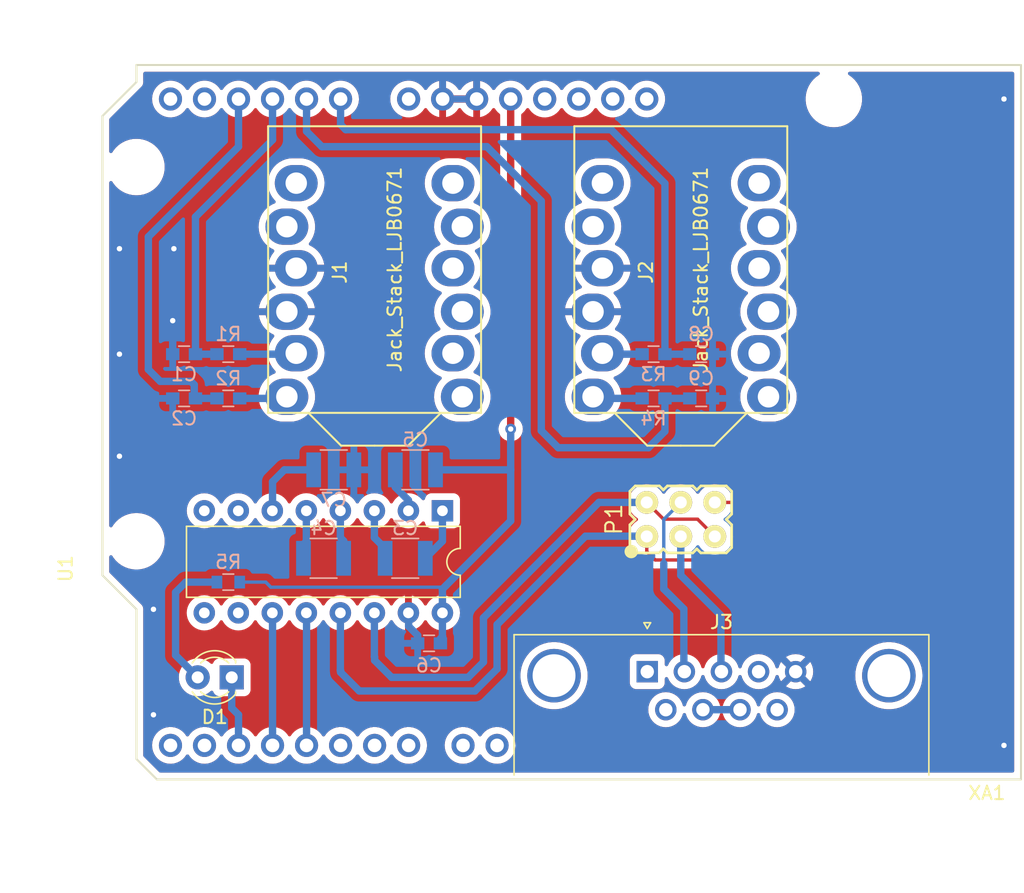
<source format=kicad_pcb>
(kicad_pcb (version 20211014) (generator pcbnew)
  (layers (0 "F.Cu" signal) (31 "B.Cu" signal) (34 "B.Paste" user) (35 "F.Paste" user) (36 "B.SilkS" user "B.Silkscreen") (37 "F.SilkS" user "F.Silkscreen") (38 "B.Mask" user) (39 "F.Mask" user) (44 "Edge.Cuts" user))
  (net 0 "")
  (net 1 "/Net-(XA1-PadA2)")
  (net 2 "VCC")
  (net 7 "Net-(J2-Pad1)")
  (net 10 "Net-(P1-Pad2)")
  (net 11 "Net-(P1-Pad1)")
  (net 12 "Net-(J3-Pad2)")
  (net 13 "Net-(J3-Pad3)")
  (net 22 "Net-(J3-Pad7)")
  (net 28 "Net-(XA1-PadD2)")
  (net 35 "Net-(U1-Pad11)")
  (net 36 "Net-(U1-Pad12)")
  (net 38 "/GND")
  (net 39 "/Net-(XA1-PadA3)")
  (net 40 "/Net-(U1-Pad3)")
  (net 41 "/Net-(U1-Pad1)")
  (net 42 "/Net-(U1-Pad5)")
  (net 43 "/Net-(U1-Pad4)")
  (net 44 "/Net-(U1-Pad2)")
  (net 45 "/Net-(U1-Pad6)")
  (net 46 "/Net-(XA1-PadA0)")
  (net 47 "/Net-(XA1-PadA1)")
  (net 48 "/Net-(R1-Pad1)")
  (net 54 "Net-(J2-Pad3)")
  (net 60 "/Net-(R2-Pad1)")
  (net 61 "Net-(D1-Pad2)")
  (footprint "Connector_Dsub:DSUB-9_Male_Horizontal_P2.77x2.84mm_EdgePinOffset4.94mm_Housed_MountingHolesOffset7.48mm" (layer "F.Cu") (at 106.718 78.314669)
    (fp_text reference "J3" (at 5.54 -3.7) (layer "F.SilkS"))
    (fp_text value "DB9_Male")
    (fp_line (start 0 -3.221325) (end -0.25 -3.654338) (layer "F.SilkS") (width 0.12))
    (fp_line (start -9.945 7.72) (end -9.945 -2.76) (layer "F.SilkS") (width 0.12))
    (fp_line (start 0.25 -3.654338) (end 0 -3.221325) (layer "F.SilkS") (width 0.12))
    (fp_line (start -0.25 -3.654338) (end 0.25 -3.654338) (layer "F.SilkS") (width 0.12))
    (fp_line (start 21.025 -2.76) (end 21.025 7.72) (layer "F.SilkS") (width 0.12))
    (fp_line (start -9.945 -2.76) (end 21.025 -2.76) (layer "F.SilkS") (width 0.12))
    (pad "0" thru_hole circle (at 18.04 0.3) (size 4 4) (drill 3.2) (layers *.Cu *.Mask))
    (pad "0" thru_hole circle (at -6.96 0.3) (size 4 4) (drill 3.2) (layers *.Cu *.Mask))
    (pad "1" thru_hole rect (at 0 0) (size 1.6 1.6) (drill 1) (layers *.Cu *.Mask))
    (pad "2" thru_hole circle (at 2.77 0) (size 1.6 1.6) (drill 1) (layers *.Cu *.Mask) (net 12 "Net-(J3-Pad2)"))
    (pad "3" thru_hole circle (at 5.54 0) (size 1.6 1.6) (drill 1) (layers *.Cu *.Mask) (net 13 "Net-(J3-Pad3)"))
    (pad "4" thru_hole circle (at 8.31 0) (size 1.6 1.6) (drill 1) (layers *.Cu *.Mask))
    (pad "5" thru_hole circle (at 11.08 0) (size 1.6 1.6) (drill 1) (layers *.Cu *.Mask) (net 38 "/GND"))
    (pad "6" thru_hole circle (at 1.385 2.84) (size 1.6 1.6) (drill 1) (layers *.Cu *.Mask))
    (pad "7" thru_hole circle (at 4.155 2.84) (size 1.6 1.6) (drill 1) (layers *.Cu *.Mask) (net 22 "Net-(J3-Pad7)"))
    (pad "8" thru_hole circle (at 6.925 2.84) (size 1.6 1.6) (drill 1) (layers *.Cu *.Mask) (net 22 "Net-(J3-Pad7)"))
    (pad "9" thru_hole circle (at 9.695 2.84) (size 1.6 1.6) (drill 1) (layers *.Cu *.Mask))
  )
  (footprint "LED_THT:LED_D3.0mm_IRBlack" (layer "F.Cu") (at 75.692 78.74 180)
    (fp_text reference "D1" (at 1.27 -2.96) (layer "F.SilkS"))
    (fp_text value "TSAL4400")
    (fp_line (start -0.29 -1.236) (end -0.29 -1.08) (layer "F.SilkS") (width 0.12))
    (fp_line (start -0.29 1.08) (end -0.29 1.236) (layer "F.SilkS") (width 0.12))
    (fp_arc (start -0.29 -1.235516) (mid 1.366487 -1.987659) (end 2.942335 -1.078608) (layer "F.SilkS") (width 0.12))
    (fp_arc (start 2.942335 1.078608) (mid 1.366487 1.987659) (end -0.29 1.235516) (layer "F.SilkS") (width 0.12))
    (fp_arc (start 0.229039 -1.08) (mid 1.270117 -1.5) (end 2.31113 -1.079837) (layer "F.SilkS") (width 0.12))
    (fp_arc (start 2.31113 1.079837) (mid 1.270117 1.5) (end 0.229039 1.08) (layer "F.SilkS") (width 0.12))
    (pad "1" thru_hole rect (at 0 0 180) (size 1.8 1.8) (drill 0.9) (layers *.Cu *.Mask) (net 28 "Net-(XA1-PadD2)"))
    (pad "2" thru_hole circle (at 2.54 0 180) (size 1.8 1.8) (drill 0.9) (layers *.Cu *.Mask) (net 61 "Net-(D1-Pad2)"))
  )
  (footprint "D&R_Conn:LJB0671-12" (layer "F.Cu") (at 109.22 37.592 90)
    (fp_text reference "J2" (at -10.9 -2.6 90) (layer "F.SilkS"))
    (fp_text value "Jack_Stack_LJB0671" (at -10.7 1.5 90) (layer "F.SilkS"))
    (fp_line (start -23.85 2.5) (end -21.4 4.95) (layer "F.SilkS") (width 0.15))
    (fp_line (start -23.85 0) (end -23.85 2.5) (layer "F.SilkS") (width 0.15))
    (fp_line (start -23.85 0) (end -23.85 -2.5) (layer "F.SilkS") (width 0.15))
    (fp_line (start 0 -7.95) (end -21.4 -7.95) (layer "F.SilkS") (width 0.15))
    (fp_line (start -23.85 -2.5) (end -21.4 -4.95) (layer "F.SilkS") (width 0.15))
    (fp_line (start 0 7.95) (end -21.4 7.95) (layer "F.SilkS") (width 0.15))
    (fp_line (start 0 -7.95) (end 0 7.95) (layer "F.SilkS") (width 0.15))
    (fp_line (start -21.4 -7.95) (end -21.4 7.95) (layer "F.SilkS") (width 0.15))
    (pad "1" thru_hole oval locked (at -20.2 -6.55 90) (size 2.7 3.2) (drill 1.6) (layers *.Cu *.Mask) (net 7 "Net-(J2-Pad1)"))
    (pad "2" thru_hole oval locked (at -20.2 6.55 90) (size 2.7 3.2) (drill 1.6) (layers *.Cu *.Mask))
    (pad "3" thru_hole oval locked (at -16.95 -5.85 90) (size 2.7 3.2) (drill 1.6) (layers *.Cu *.Mask) (net 54 "Net-(J2-Pad3)"))
    (pad "4" thru_hole oval locked (at -16.95 5.85 90) (size 2.7 3.2) (drill 1.6) (layers *.Cu *.Mask))
    (pad "5" thru_hole oval locked (at -13.85 -6.55 90) (size 2.7 3.2) (drill 1.6) (layers *.Cu *.Mask) (net 38 "/GND"))
    (pad "6" thru_hole oval locked (at -13.85 6.55 90) (size 2.7 3.2) (drill 1.6) (layers *.Cu *.Mask))
    (pad "7" thru_hole oval locked (at -10.6 -5.85 90) (size 2.7 3.2) (drill 1.6) (layers *.Cu *.Mask) (net 38 "/GND"))
    (pad "8" thru_hole oval locked (at -10.6 5.85 90) (size 2.7 3.2) (drill 1.6) (layers *.Cu *.Mask))
    (pad "9" thru_hole oval locked (at -7.5 -6.55 90) (size 2.7 3.2) (drill 1.6) (layers *.Cu *.Mask))
    (pad "10" thru_hole oval locked (at -7.5 6.55 90) (size 2.7 3.2) (drill 1.6) (layers *.Cu *.Mask))
    (pad "11" thru_hole oval locked (at -4.25 -5.85 90) (size 2.7 3.2) (drill 1.6) (layers *.Cu *.Mask))
    (pad "12" thru_hole oval locked (at -4.25 5.85 90) (size 2.7 3.2) (drill 1.6) (layers *.Cu *.Mask))
  )
  (footprint "Arduino:Arduino_Uno_Shield_Hat" (layer "F.Cu") (at 134.62 33.02 180)
    (fp_text reference "XA1" (at 2.54 -54.356) (layer "F.SilkS"))
    (fp_text value "Arduino_Uno_Shield")
    (fp_line (start 66.04 0) (end 66.04 -1.27) (layer "F.SilkS") (width 0.15))
    (fp_line (start 68.58 -38.1) (end 66.04 -40.64) (layer "F.SilkS") (width 0.15))
    (fp_line (start 66.04 -40.64) (end 66.04 -51.816) (layer "F.SilkS") (width 0.15))
    (fp_line (start 0 0) (end 66.04 0) (layer "F.SilkS") (width 0.15))
    (fp_line (start 66.04 -1.27) (end 68.58 -3.81) (layer "F.SilkS") (width 0.15))
    (fp_line (start 68.58 -3.81) (end 68.58 -38.1) (layer "F.SilkS") (width 0.15))
    (fp_line (start 64.516 -53.34) (end 66.04 -51.816) (layer "F.SilkS") (width 0.15))
    (fp_line (start 0 -53.34) (end 0 0) (layer "F.SilkS") (width 0.15))
    (fp_line (start 0 -53.34) (end 64.516 -53.34) (layer "F.SilkS") (width 0.15))
    (pad "" np_thru_hole circle (at 66.04 -35.56 180) (size 3.2 3.2) (drill 3.2) (layers *.Cu *.Mask))
    (pad "" np_thru_hole circle (at 66.04 -7.62 180) (size 3.2 3.2) (drill 3.2) (layers *.Cu *.Mask))
    (pad "" thru_hole oval (at 27.94 -2.54 180) (size 1.7272 1.7272) (drill 1.016) (layers *.Cu *.Mask))
    (pad "" np_thru_hole circle (at 13.97 -2.54 180) (size 3.2 3.2) (drill 3.2) (layers *.Cu *.Mask))
    (pad "3V3" thru_hole oval (at 35.56 -2.54 180) (size 1.7272 1.7272) (drill 1.016) (layers *.Cu *.Mask))
    (pad "5V1" thru_hole oval (at 38.1 -2.54 180) (size 1.7272 1.7272) (drill 1.016) (layers *.Cu *.Mask) (net 2 "VCC"))
    (pad "A0" thru_hole oval (at 50.8 -2.54 180) (size 1.7272 1.7272) (drill 1.016) (layers *.Cu *.Mask) (net 46 "/Net-(XA1-PadA0)"))
    (pad "A1" thru_hole oval (at 53.34 -2.54 180) (size 1.7272 1.7272) (drill 1.016) (layers *.Cu *.Mask) (net 47 "/Net-(XA1-PadA1)"))
    (pad "A2" thru_hole oval (at 55.88 -2.54 180) (size 1.7272 1.7272) (drill 1.016) (layers *.Cu *.Mask) (net 1 "/Net-(XA1-PadA2)"))
    (pad "A3" thru_hole oval (at 58.42 -2.54 180) (size 1.7272 1.7272) (drill 1.016) (layers *.Cu *.Mask) (net 39 "/Net-(XA1-PadA3)"))
    (pad "A4" thru_hole oval (at 60.96 -2.54 180) (size 1.7272 1.7272) (drill 1.016) (layers *.Cu *.Mask))
    (pad "A5" thru_hole oval (at 63.5 -2.54 180) (size 1.7272 1.7272) (drill 1.016) (layers *.Cu *.Mask))
    (pad "D0" thru_hole oval (at 63.5 -50.8 180) (size 1.7272 1.7272) (drill 1.016) (layers *.Cu *.Mask))
    (pad "D1" thru_hole oval (at 60.96 -50.8 180) (size 1.7272 1.7272) (drill 1.016) (layers *.Cu *.Mask))
    (pad "D2" thru_hole oval (at 58.42 -50.8 180) (size 1.7272 1.7272) (drill 1.016) (layers *.Cu *.Mask) (net 28 "Net-(XA1-PadD2)"))
    (pad "D3" thru_hole oval (at 55.88 -50.8 180) (size 1.7272 1.7272) (drill 1.016) (layers *.Cu *.Mask) (net 35 "Net-(U1-Pad11)"))
    (pad "D4" thru_hole oval (at 53.34 -50.8 180) (size 1.7272 1.7272) (drill 1.016) (layers *.Cu *.Mask) (net 36 "Net-(U1-Pad12)"))
    (pad "D5" thru_hole oval (at 50.8 -50.8 180) (size 1.7272 1.7272) (drill 1.016) (layers *.Cu *.Mask))
    (pad "D6" thru_hole oval (at 48.26 -50.8 180) (size 1.7272 1.7272) (drill 1.016) (layers *.Cu *.Mask))
    (pad "D7" thru_hole oval (at 45.72 -50.8 180) (size 1.7272 1.7272) (drill 1.016) (layers *.Cu *.Mask))
    (pad "D8" thru_hole oval (at 41.656 -50.8 180) (size 1.7272 1.7272) (drill 1.016) (layers *.Cu *.Mask))
    (pad "D9" thru_hole oval (at 39.116 -50.8 180) (size 1.7272 1.7272) (drill 1.016) (layers *.Cu *.Mask))
    (pad "GND2" thru_hole oval (at 40.64 -2.54 180) (size 1.7272 1.7272) (drill 1.016) (layers *.Cu *.Mask) (net 38 "/GND"))
    (pad "GND3" thru_hole oval (at 43.18 -2.54 180) (size 1.7272 1.7272) (drill 1.016) (layers *.Cu *.Mask) (net 38 "/GND"))
    (pad "IORF" thru_hole oval (at 30.48 -2.54 180) (size 1.7272 1.7272) (drill 1.016) (layers *.Cu *.Mask))
    (pad "RST1" thru_hole oval (at 33.02 -2.54 180) (size 1.7272 1.7272) (drill 1.016) (layers *.Cu *.Mask))
    (pad "VIN" thru_hole oval (at 45.72 -2.54 180) (size 1.7272 1.7272) (drill 1.016) (layers *.Cu *.Mask))
  )
  (footprint "Package_DIP:DIP-16_W7.62mm" (layer "F.Cu") (at 91.425 66.304 -90)
    (fp_text reference "U1" (at 4.318 28.134 90) (layer "F.SilkS"))
    (fp_text value "MAX232")
    (fp_line (start 2.81 -1.33) (end 1.16 -1.33) (layer "F.SilkS") (width 0.12))
    (fp_line (start 6.46 -1.33) (end 4.81 -1.33) (layer "F.SilkS") (width 0.12))
    (fp_line (start 1.16 -1.33) (end 1.16 19.11) (layer "F.SilkS") (width 0.12))
    (fp_line (start 1.16 19.11) (end 6.46 19.11) (layer "F.SilkS") (width 0.12))
    (fp_line (start 6.46 19.11) (end 6.46 -1.33) (layer "F.SilkS") (width 0.12))
    (fp_arc (start 4.81 -1.33) (mid 3.81 -0.33) (end 2.81 -1.33) (layer "F.SilkS") (width 0.12))
    (pad "1" thru_hole rect (at 0 0 270) (size 1.6 1.6) (drill 0.8) (layers *.Cu *.Mask) (net 41 "/Net-(U1-Pad1)"))
    (pad "2" thru_hole oval (at 0 2.54 270) (size 1.6 1.6) (drill 0.8) (layers *.Cu *.Mask) (net 44 "/Net-(U1-Pad2)"))
    (pad "3" thru_hole oval (at 0 5.08 270) (size 1.6 1.6) (drill 0.8) (layers *.Cu *.Mask) (net 40 "/Net-(U1-Pad3)"))
    (pad "4" thru_hole oval (at 0 7.62 270) (size 1.6 1.6) (drill 0.8) (layers *.Cu *.Mask) (net 43 "/Net-(U1-Pad4)"))
    (pad "5" thru_hole oval (at 0 10.16 270) (size 1.6 1.6) (drill 0.8) (layers *.Cu *.Mask) (net 42 "/Net-(U1-Pad5)"))
    (pad "6" thru_hole oval (at 0 12.7 270) (size 1.6 1.6) (drill 0.8) (layers *.Cu *.Mask) (net 45 "/Net-(U1-Pad6)"))
    (pad "7" thru_hole oval (at 0 15.24 270) (size 1.6 1.6) (drill 0.8) (layers *.Cu *.Mask))
    (pad "8" thru_hole oval (at 0 17.78 270) (size 1.6 1.6) (drill 0.8) (layers *.Cu *.Mask))
    (pad "9" thru_hole oval (at 7.62 17.78 270) (size 1.6 1.6) (drill 0.8) (layers *.Cu *.Mask))
    (pad "10" thru_hole oval (at 7.62 15.24 270) (size 1.6 1.6) (drill 0.8) (layers *.Cu *.Mask))
    (pad "11" thru_hole oval (at 7.62 12.7 270) (size 1.6 1.6) (drill 0.8) (layers *.Cu *.Mask) (net 35 "Net-(U1-Pad11)"))
    (pad "12" thru_hole oval (at 7.62 10.16 270) (size 1.6 1.6) (drill 0.8) (layers *.Cu *.Mask) (net 36 "Net-(U1-Pad12)"))
    (pad "13" thru_hole oval (at 7.62 7.62 270) (size 1.6 1.6) (drill 0.8) (layers *.Cu *.Mask) (net 11 "Net-(P1-Pad1)"))
    (pad "14" thru_hole oval (at 7.62 5.08 270) (size 1.6 1.6) (drill 0.8) (layers *.Cu *.Mask) (net 10 "Net-(P1-Pad2)"))
    (pad "15" thru_hole oval (at 7.62 2.54 270) (size 1.6 1.6) (drill 0.8) (layers *.Cu *.Mask) (net 38 "/GND"))
    (pad "16" thru_hole oval (at 7.62 0 270) (size 1.6 1.6) (drill 0.8) (layers *.Cu *.Mask) (net 2 "VCC"))
  )
  (footprint "D&R_Conn:LJB0671-12" (layer "F.Cu") (at 86.36 37.592 90)
    (fp_text reference "J1" (at -10.9 -2.6 90) (layer "F.SilkS"))
    (fp_text value "Jack_Stack_LJB0671" (at -10.7 1.5 90) (layer "F.SilkS"))
    (fp_line (start 0 7.95) (end -21.4 7.95) (layer "F.SilkS") (width 0.15))
    (fp_line (start -21.4 -7.95) (end -21.4 7.95) (layer "F.SilkS") (width 0.15))
    (fp_line (start 0 -7.95) (end 0 7.95) (layer "F.SilkS") (width 0.15))
    (fp_line (start -23.85 0) (end -23.85 -2.5) (layer "F.SilkS") (width 0.15))
    (fp_line (start -23.85 2.5) (end -21.4 4.95) (layer "F.SilkS") (width 0.15))
    (fp_line (start -23.85 0) (end -23.85 2.5) (layer "F.SilkS") (width 0.15))
    (fp_line (start 0 -7.95) (end -21.4 -7.95) (layer "F.SilkS") (width 0.15))
    (fp_line (start -23.85 -2.5) (end -21.4 -4.95) (layer "F.SilkS") (width 0.15))
    (pad "1" thru_hole oval locked (at -20.2 -6.55 90) (size 2.7 3.2) (drill 1.6) (layers *.Cu *.Mask) (net 60 "/Net-(R2-Pad1)"))
    (pad "2" thru_hole oval locked (at -20.2 6.55 90) (size 2.7 3.2) (drill 1.6) (layers *.Cu *.Mask))
    (pad "3" thru_hole oval locked (at -16.95 -5.85 90) (size 2.7 3.2) (drill 1.6) (layers *.Cu *.Mask) (net 48 "/Net-(R1-Pad1)"))
    (pad "4" thru_hole oval locked (at -16.95 5.85 90) (size 2.7 3.2) (drill 1.6) (layers *.Cu *.Mask))
    (pad "5" thru_hole oval locked (at -13.85 -6.55 90) (size 2.7 3.2) (drill 1.6) (layers *.Cu *.Mask) (net 38 "/GND"))
    (pad "6" thru_hole oval locked (at -13.85 6.55 90) (size 2.7 3.2) (drill 1.6) (layers *.Cu *.Mask))
    (pad "7" thru_hole oval locked (at -10.6 -5.85 90) (size 2.7 3.2) (drill 1.6) (layers *.Cu *.Mask) (net 38 "/GND"))
    (pad "8" thru_hole oval locked (at -10.6 5.85 90) (size 2.7 3.2) (drill 1.6) (layers *.Cu *.Mask))
    (pad "9" thru_hole oval locked (at -7.5 -6.55 90) (size 2.7 3.2) (drill 1.6) (layers *.Cu *.Mask))
    (pad "10" thru_hole oval locked (at -7.5 6.55 90) (size 2.7 3.2) (drill 1.6) (layers *.Cu *.Mask))
    (pad "11" thru_hole oval locked (at -4.25 -5.85 90) (size 2.7 3.2) (drill 1.6) (layers *.Cu *.Mask))
    (pad "12" thru_hole oval locked (at -4.25 5.85 90) (size 2.7 3.2) (drill 1.6) (layers *.Cu *.Mask))
  )
  (footprint "D&R_Conn:HEADER_2x3P" (layer "F.Cu") (at 109.22 66.948)
    (fp_text reference "P1" (at -4.99 0 90) (layer "F.SilkS") (effects (font (size 1.2 1.2))))
    (fp_text value "CONN_02X03")
    (fp_line (start -1.3 -2.2) (end -1.6 -2.5) (layer "F.SilkS") (width 0.2))
    (fp_line (start 1.5 -2.5) (end 1.2 -2.2) (layer "F.SilkS") (width 0.2))
    (fp_line (start 0.8 2.5) (end 0.9 2.5) (layer "F.SilkS") (width 0.2))
    (fp_line (start -3.8 0.4) (end -3.8 2.1) (layer "F.SilkS") (width 0.2))
    (fp_line (start 3.4 0) (end 3.8 -0.4) (layer "F.SilkS") (width 0.2))
    (fp_line (start -3.4 -2.5) (end -3.8 -2.1) (layer "F.SilkS") (width 0.2))
    (fp_line (start -3.8 -2.1) (end -3.8 -0.4) (layer "F.SilkS") (width 0.2))
    (fp_line (start -3.8 -0.4) (end -3.4 0) (layer "F.SilkS") (width 0.2))
    (fp_line (start -1.6 -2.5) (end -3.4 -2.5) (layer "F.SilkS") (width 0.2))
    (fp_line (start 3.4 2.5) (end 3.8 2.1) (layer "F.SilkS") (width 0.2))
    (fp_line (start 0.9 -2.5) (end -1 -2.5) (layer "F.SilkS") (width 0.2))
    (fp_line (start 3.8 -2.1) (end 3.4 -2.5) (layer "F.SilkS") (width 0.2))
    (fp_line (start 0 2.5) (end 0.8 2.5) (layer "F.SilkS") (width 0.2))
    (fp_line (start 1.2 -2.2) (end 0.9 -2.5) (layer "F.SilkS") (width 0.2))
    (fp_line (start -3.5 2.4) (end -3.4 2.5) (layer "F.SilkS") (width 0.2))
    (fp_line (start -1.3 2.2) (end -1 2.5) (layer "F.SilkS") (width 0.2))
    (fp_line (start -1.6 2.5) (end -1.3 2.2) (layer "F.SilkS") (width 0.2))
    (fp_line (start 3.8 2.1) (end 3.8 0.4) (layer "F.SilkS") (width 0.2))
    (fp_line (start 3.8 -0.4) (end 3.8 -2.1) (layer "F.SilkS") (width 0.2))
    (fp_line (start 3.4 -2.5) (end 1.5 -2.5) (layer "F.SilkS") (width 0.2))
    (fp_line (start -3.8 2.1) (end -3.4 2.5) (layer "F.SilkS") (width 0.2))
    (fp_line (start -3.4 2.5) (end -1.6 2.5) (layer "F.SilkS") (width 0.2))
    (fp_line (start 0.1 2.5) (end 0 2.5) (layer "F.SilkS") (width 0.2))
    (fp_line (start 3.8 0.4) (end 3.4 0) (layer "F.SilkS") (width 0.2))
    (fp_line (start -3.4 0) (end -3.8 0.4) (layer "F.SilkS") (width 0.2))
    (fp_line (start -1 -2.5) (end -1.3 -2.2) (layer "F.SilkS") (width 0.2))
    (fp_line (start -1 2.5) (end 0.1 2.5) (layer "F.SilkS") (width 0.2))
    (fp_line (start 1.5 2.5) (end 3.4 2.5) (layer "F.SilkS") (width 0.2))
    (fp_line (start 0.9 2.5) (end 1.2 2.2) (layer "F.SilkS") (width 0.2))
    (fp_line (start 1.2 2.2) (end 1.5 2.5) (layer "F.SilkS") (width 0.2))
    (fp_circle (center -3.7 2.4) (end -3.9 2.6) (layer "F.SilkS") (width 0.2) (fill none))
    (fp_circle (center -3.7 2.4) (end -3.7 2.8) (layer "F.SilkS") (width 0.2) (fill none))
    (fp_circle (center -3.7 2.4) (end -3.7 2.5) (layer "F.SilkS") (width 0.2) (fill none))
    (pad "1" thru_hole circle locked (at -2.54 1.27) (size 1.7 1.7) (drill 0.9) (layers *.Cu *.Mask "F.SilkS") (net 11 "Net-(P1-Pad1)"))
    (pad "2" thru_hole circle locked (at -2.54 -1.27) (size 1.7 1.7) (drill 0.9) (layers *.Cu *.Mask "F.SilkS") (net 10 "Net-(P1-Pad2)"))
    (pad "3" thru_hole circle locked (at 0 1.27) (size 1.7 1.7) (drill 0.9) (layers *.Cu *.Mask "F.SilkS") (net 13 "Net-(J3-Pad3)"))
    (pad "4" thru_hole circle locked (at 0 -1.27) (size 1.7 1.7) (drill 0.9) (layers *.Cu *.Mask "F.SilkS") (net 12 "Net-(J3-Pad2)"))
    (pad "5" thru_hole circle locked (at 2.54 1.27) (size 1.7 1.7) (drill 0.9) (layers *.Cu *.Mask "F.SilkS") (net 10 "Net-(P1-Pad2)"))
    (pad "6" thru_hole circle locked (at 2.54 -1.27) (size 1.7 1.7) (drill 0.9) (layers *.Cu *.Mask "F.SilkS") (net 11 "Net-(P1-Pad1)"))
  )
  (footprint "D&R_Passive:C_1210" (layer "B.Cu") (at 88.646 69.85 180)
    (fp_text reference "C3" (at 0 2.25) (layer "B.SilkS") (effects (justify mirror)))
    (fp_text value "10U-X5R_25V#1210")
    (fp_line (start -1 -1.48) (end 1 -1.48) (layer "B.SilkS") (width 0.12))
    (fp_line (start 1 1.48) (end -1 1.48) (layer "B.SilkS") (width 0.12))
    (pad "1" smd rect locked (at -1.5 0 180) (size 1.1 2.6) (layers "B.Cu" "B.Paste" "B.Mask") (net 41 "/Net-(U1-Pad1)"))
    (pad "2" smd rect locked (at 1.5 0 180) (size 1.1 2.6) (layers "B.Cu" "B.Paste" "B.Mask") (net 40 "/Net-(U1-Pad3)"))
  )
  (footprint "D&R_Passive:C_0603" (layer "B.Cu") (at 107.188 57.912)
    (fp_text reference "R4" (at 0 1.5) (layer "B.SilkS") (effects (justify mirror)))
    (fp_text value "4k7")
    (fp_line (start -0.4 0.6) (end 0.4 0.6) (layer "B.SilkS") (width 0.12))
    (fp_line (start 0.4 -0.6) (end -0.4 -0.6) (layer "B.SilkS") (width 0.12))
    (pad "1" smd rect locked (at -0.85 0) (size 1 0.9) (layers "B.Cu" "B.Paste" "B.Mask") (net 7 "Net-(J2-Pad1)"))
    (pad "2" smd rect locked (at 0.85 0) (size 1 0.9) (layers "B.Cu" "B.Paste" "B.Mask") (net 47 "/Net-(XA1-PadA1)"))
  )
  (footprint "D&R_Passive:C_0603" (layer "B.Cu") (at 107.188 54.61)
    (fp_text reference "R3" (at 0 1.5) (layer "B.SilkS") (effects (justify mirror)))
    (fp_text value "4k7")
    (fp_line (start 0.4 -0.6) (end -0.4 -0.6) (layer "B.SilkS") (width 0.12))
    (fp_line (start -0.4 0.6) (end 0.4 0.6) (layer "B.SilkS") (width 0.12))
    (pad "1" smd rect locked (at -0.85 0) (size 1 0.9) (layers "B.Cu" "B.Paste" "B.Mask") (net 54 "Net-(J2-Pad3)"))
    (pad "2" smd rect locked (at 0.85 0) (size 1 0.9) (layers "B.Cu" "B.Paste" "B.Mask") (net 46 "/Net-(XA1-PadA0)"))
  )
  (footprint "D&R_Passive:C_1210" (layer "B.Cu") (at 83.312 63.246)
    (fp_text reference "C7" (at 0 2.25) (layer "B.SilkS") (effects (justify mirror)))
    (fp_text value "10U-X5R_25V#1210")
    (fp_line (start 1 1.48) (end -1 1.48) (layer "B.SilkS") (width 0.12))
    (fp_line (start -1 -1.48) (end 1 -1.48) (layer "B.SilkS") (width 0.12))
    (pad "1" smd rect locked (at -1.5 0) (size 1.1 2.6) (layers "B.Cu" "B.Paste" "B.Mask") (net 45 "/Net-(U1-Pad6)"))
    (pad "2" smd rect locked (at 1.5 0) (size 1.1 2.6) (layers "B.Cu" "B.Paste" "B.Mask") (net 38 "/GND"))
  )
  (footprint "D&R_Passive:C_0603" (layer "B.Cu") (at 90.424 76.2 180)
    (fp_text reference "C6" (at 0 -1.651) (layer "B.SilkS") (effects (justify mirror)))
    (fp_text value "100N-X7R_50V#0603")
    (fp_line (start -0.4 0.6) (end 0.4 0.6) (layer "B.SilkS") (width 0.12))
    (fp_line (start 0.4 -0.6) (end -0.4 -0.6) (layer "B.SilkS") (width 0.12))
    (pad "1" smd rect locked (at -0.85 0 180) (size 1 0.9) (layers "B.Cu" "B.Paste" "B.Mask") (net 2 "VCC"))
    (pad "2" smd rect locked (at 0.85 0 180) (size 1 0.9) (layers "B.Cu" "B.Paste" "B.Mask") (net 38 "/GND"))
  )
  (footprint "D&R_Passive:C_0603" (layer "B.Cu") (at 72.136 54.61)
    (fp_text reference "C1" (at 0 1.5) (layer "B.SilkS") (effects (justify mirror)))
    (fp_text value "100N-X7R_50V#0603-D&R_Passive")
    (fp_line (start -0.4 0.6) (end 0.4 0.6) (layer "B.SilkS") (width 0.12))
    (fp_line (start 0.4 -0.6) (end -0.4 -0.6) (layer "B.SilkS") (width 0.12))
    (pad "1" smd rect locked (at -0.85 0) (size 1 0.9) (layers "B.Cu" "B.Paste" "B.Mask") (net 38 "/GND"))
    (pad "2" smd rect locked (at 0.85 0) (size 1 0.9) (layers "B.Cu" "B.Paste" "B.Mask") (net 1 "/Net-(XA1-PadA2)"))
  )
  (footprint "D&R_Passive:C_0603" (layer "B.Cu") (at 75.438 54.61 180)
    (fp_text reference "R1" (at 0 1.5) (layer "B.SilkS") (effects (justify mirror)))
    (fp_text value "4k7")
    (fp_line (start -0.4 0.6) (end 0.4 0.6) (layer "B.SilkS") (width 0.12))
    (fp_line (start 0.4 -0.6) (end -0.4 -0.6) (layer "B.SilkS") (width 0.12))
    (pad "1" smd rect locked (at -0.85 0 180) (size 1 0.9) (layers "B.Cu" "B.Paste" "B.Mask") (net 48 "/Net-(R1-Pad1)"))
    (pad "2" smd rect locked (at 0.85 0 180) (size 1 0.9) (layers "B.Cu" "B.Paste" "B.Mask") (net 1 "/Net-(XA1-PadA2)"))
  )
  (footprint "D&R_Passive:C_1210" (layer "B.Cu") (at 82.55 69.85 180)
    (fp_text reference "C4" (at 0 2.25) (layer "B.SilkS") (effects (justify mirror)))
    (fp_text value "10U-X5R_25V#1210")
    (fp_line (start -1 -1.48) (end 1 -1.48) (layer "B.SilkS") (width 0.12))
    (fp_line (start 1 1.48) (end -1 1.48) (layer "B.SilkS") (width 0.12))
    (pad "1" smd rect locked (at -1.5 0 180) (size 1.1 2.6) (layers "B.Cu" "B.Paste" "B.Mask") (net 43 "/Net-(U1-Pad4)"))
    (pad "2" smd rect locked (at 1.5 0 180) (size 1.1 2.6) (layers "B.Cu" "B.Paste" "B.Mask") (net 42 "/Net-(U1-Pad5)"))
  )
  (footprint "D&R_Passive:C_1210" (layer "B.Cu") (at 89.408 63.246 180)
    (fp_text reference "C5" (at 0 2.25) (layer "B.SilkS") (effects (justify mirror)))
    (fp_text value "10U-X5R_25V#1210")
    (fp_line (start 1 1.48) (end -1 1.48) (layer "B.SilkS") (width 0.12))
    (fp_line (start -1 -1.48) (end 1 -1.48) (layer "B.SilkS") (width 0.12))
    (pad "1" smd rect locked (at -1.5 0 180) (size 1.1 2.6) (layers "B.Cu" "B.Paste" "B.Mask") (net 2 "VCC"))
    (pad "2" smd rect locked (at 1.5 0 180) (size 1.1 2.6) (layers "B.Cu" "B.Paste" "B.Mask") (net 44 "/Net-(U1-Pad2)"))
  )
  (footprint "D&R_Passive:R_0603" (layer "B.Cu") (at 75.438 71.628 180)
    (fp_text reference "R5" (at 0 1.5) (layer "B.SilkS") (effects (justify mirror)))
    (fp_text value "470R#0603")
    (fp_line (start -0.4 0.6) (end 0.4 0.6) (layer "B.SilkS") (width 0.12))
    (fp_line (start 0.4 -0.6) (end -0.4 -0.6) (layer "B.SilkS") (width 0.12))
    (pad "1" smd rect locked (at -0.85 0 180) (size 0.8 0.95) (layers "B.Cu" "B.Paste" "B.Mask") (net 2 "VCC"))
    (pad "2" smd rect locked (at 0.85 0 180) (size 0.8 0.95) (layers "B.Cu" "B.Paste" "B.Mask") (net 61 "Net-(D1-Pad2)"))
  )
  (footprint "D&R_Passive:C_0603" (layer "B.Cu") (at 110.744 54.61 180)
    (fp_text reference "C8" (at 0 1.5) (layer "B.SilkS") (effects (justify mirror)))
    (fp_text value "100N-X7R_50V#0603-D&R_Passive")
    (fp_line (start -0.4 0.6) (end 0.4 0.6) (layer "B.SilkS") (width 0.12))
    (fp_line (start 0.4 -0.6) (end -0.4 -0.6) (layer "B.SilkS") (width 0.12))
    (pad "1" smd rect locked (at -0.85 0 180) (size 1 0.9) (layers "B.Cu" "B.Paste" "B.Mask") (net 38 "/GND"))
    (pad "2" smd rect locked (at 0.85 0 180) (size 1 0.9) (layers "B.Cu" "B.Paste" "B.Mask") (net 46 "/Net-(XA1-PadA0)"))
  )
  (footprint "D&R_Passive:C_0603" (layer "B.Cu") (at 110.744 57.912 180)
    (fp_text reference "C9" (at 0 1.5) (layer "B.SilkS") (effects (justify mirror)))
    (fp_text value "100N-X7R_50V#0603-D&R_Passive")
    (fp_line (start -0.4 0.6) (end 0.4 0.6) (layer "B.SilkS") (width 0.12))
    (fp_line (start 0.4 -0.6) (end -0.4 -0.6) (layer "B.SilkS") (width 0.12))
    (pad "1" smd rect locked (at -0.85 0 180) (size 1 0.9) (layers "B.Cu" "B.Paste" "B.Mask") (net 38 "/GND"))
    (pad "2" smd rect locked (at 0.85 0 180) (size 1 0.9) (layers "B.Cu" "B.Paste" "B.Mask") (net 47 "/Net-(XA1-PadA1)"))
  )
  (footprint "D&R_Passive:C_0603" (layer "B.Cu") (at 75.438 57.912 180)
    (fp_text reference "R2" (at 0 1.5) (layer "B.SilkS") (effects (justify mirror)))
    (fp_text value "4k7")
    (fp_line (start 0.4 -0.6) (end -0.4 -0.6) (layer "B.SilkS") (width 0.12))
    (fp_line (start -0.4 0.6) (end 0.4 0.6) (layer "B.SilkS") (width 0.12))
    (pad "1" smd rect locked (at -0.85 0 180) (size 1 0.9) (layers "B.Cu" "B.Paste" "B.Mask") (net 60 "/Net-(R2-Pad1)"))
    (pad "2" smd rect locked (at 0.85 0 180) (size 1 0.9) (layers "B.Cu" "B.Paste" "B.Mask") (net 39 "/Net-(XA1-PadA3)"))
  )
  (footprint "D&R_Passive:C_0603" (layer "B.Cu") (at 72.136 57.912)
    (fp_text reference "C2" (at 0 1.5) (layer "B.SilkS") (effects (justify mirror)))
    (fp_text value "100N-X7R_50V#0603-D&R_Passive")
    (fp_line (start -0.4 0.6) (end 0.4 0.6) (layer "B.SilkS") (width 0.12))
    (fp_line (start 0.4 -0.6) (end -0.4 -0.6) (layer "B.SilkS") (width 0.12))
    (pad "1" smd rect locked (at -0.85 0) (size 1 0.9) (layers "B.Cu" "B.Paste" "B.Mask") (net 38 "/GND"))
    (pad "2" smd rect locked (at 0.85 0) (size 1 0.9) (layers "B.Cu" "B.Paste" "B.Mask") (net 39 "/Net-(XA1-PadA3)"))
  )
  (gr_line (start 68.58 34.29) (end 68.58 33.02) (layer "Edge.Cuts") (width 0.1))
  (gr_line (start 134.62 33.02) (end 134.62 86.36) (layer "Edge.Cuts") (width 0.1))
  (gr_line (start 68.834 33.02) (end 134.62 33.02) (layer "Edge.Cuts") (width 0.1))
  (gr_line (start 134.62 86.36) (end 70.104 86.36) (layer "Edge.Cuts") (width 0.1))
  (gr_line (start 66.04 36.83) (end 68.58 34.29) (layer "Edge.Cuts") (width 0.1))
  (gr_line (start 68.58 73.66) (end 66.04 71.12) (layer "Edge.Cuts") (width 0.1))
  (gr_line (start 68.58 84.836) (end 68.58 73.66) (layer "Edge.Cuts") (width 0.1))
  (gr_line (start 66.04 71.12) (end 66.04 36.83) (layer "Edge.Cuts") (width 0.1))
  (gr_line (start 70.104 86.36) (end 68.58 84.836) (layer "Edge.Cuts") (width 0.1))
  (gr_line (start 68.58 33.02) (end 68.834 33.02) (layer "Edge.Cuts") (width 0.1))
  (segment (start 78.74 38.608) (end 72.986 44.362) (width 0.55) (layer "B.Cu") (net 1))
  (segment (start 72.986 54.61) (end 74.588 54.61) (width 0.55) (layer "B.Cu") (net 1))
  (segment (start 78.74 35.56) (end 78.74 38.608) (width 0.55) (layer "B.Cu") (net 1))
  (segment (start 72.986 44.362) (end 72.986 54.483) (width 0.55) (layer "B.Cu") (net 1))
  (segment (start 96.52 35.56) (end 96.52 60.198) (width 0.55) (layer "F.Cu") (net 2))
  (via (at 96.52 60.198) (size 0.8) (drill 0.4) (layers "F.Cu" "B.Cu") (net 2))
  (segment (start 91.694 71.882) (end 91.425 72.151) (width 0.55) (layer "B.Cu") (net 2))
  (segment (start 91.425 72.151) (end 91.425 73.924) (width 0.55) (layer "B.Cu") (net 2))
  (segment (start 91.44 75.692) (end 91.425 75.677) (width 0.55) (layer "B.Cu") (net 2))
  (segment (start 90.908 63.246) (end 96.52 63.246) (width 0.55) (layer "B.Cu") (net 2))
  (segment (start 91.274 76.2) (end 91.274 75.858) (width 0.55) (layer "B.Cu") (net 2))
  (segment (start 96.52 67.056) (end 91.694 71.882) (width 0.55) (layer "B.Cu") (net 2))
  (segment (start 78.613 72.009) (end 91.567 72.009) (width 0.25) (layer "B.Cu") (net 2))
  (segment (start 91.425 75.677) (end 91.425 73.924) (width 0.55) (layer "B.Cu") (net 2))
  (segment (start 78.232 71.628) (end 78.613 72.009) (width 0.25) (layer "B.Cu") (net 2))
  (segment (start 76.288 71.628) (end 78.232 71.628) (width 0.25) (layer "B.Cu") (net 2))
  (segment (start 91.274 75.858) (end 91.44 75.692) (width 0.55) (layer "B.Cu") (net 2))
  (segment (start 96.52 63.246) (end 96.52 67.056) (width 0.55) (layer "B.Cu") (net 2))
  (segment (start 96.52 60.198) (end 96.52 63.246) (width 0.55) (layer "B.Cu") (net 2))
  (segment (start 91.567 72.009) (end 91.694 71.882) (width 0.25) (layer "B.Cu") (net 2))
  (segment (start 102.79 57.912) (end 102.67 57.792) (width 0.55) (layer "B.Cu") (net 7))
  (segment (start 102.677 58.674) (end 102.67 58.681) (width 0.55) (layer "B.Cu") (net 7))
  (segment (start 106.338 57.912) (end 102.79 57.912) (width 0.55) (layer "B.Cu") (net 7))
  (segment (start 111.76 68.218) (end 110.471 66.929) (width 0.25) (layer "F.Cu") (net 10))
  (segment (start 107.931 66.929) (end 106.68 65.678) (width 0.25) (layer "F.Cu") (net 10))
  (segment (start 110.471 66.929) (end 107.931 66.929) (width 0.25) (layer "F.Cu") (net 10))
  (segment (start 86.345 77.201) (end 86.345 73.924) (width 0.55) (layer "B.Cu") (net 10))
  (segment (start 94.488 77.597) (end 93.345 78.74) (width 0.55) (layer "B.Cu") (net 10))
  (segment (start 86.36 77.47) (end 86.36 77.216) (width 0.55) (layer "B.Cu") (net 10))
  (segment (start 106.68 65.678) (end 103.105 65.678) (width 0.55) (layer "B.Cu") (net 10))
  (segment (start 94.488 74.295) (end 94.488 77.597) (width 0.55) (layer "B.Cu") (net 10))
  (segment (start 93.345 78.74) (end 87.63 78.74) (width 0.55) (layer "B.Cu") (net 10))
  (segment (start 87.63 78.74) (end 86.36 77.47) (width 0.55) (layer "B.Cu") (net 10))
  (segment (start 86.36 77.216) (end 86.345 77.201) (width 0.55) (layer "B.Cu") (net 10))
  (segment (start 103.105 65.678) (end 94.488 74.295) (width 0.55) (layer "B.Cu") (net 10))
  (segment (start 113.665 66.167) (end 113.157 65.659) (width 0.25) (layer "F.Cu") (net 11))
  (segment (start 107.315 69.977) (end 113.157 69.977) (width 0.25) (layer "F.Cu") (net 11))
  (segment (start 106.68 69.342) (end 107.315 69.977) (width 0.25) (layer "F.Cu") (net 11))
  (segment (start 113.138 65.678) (end 111.76 65.678) (width 0.25) (layer "F.Cu") (net 11))
  (segment (start 106.68 68.218) (end 106.68 69.342) (width 0.25) (layer "F.Cu") (net 11))
  (segment (start 113.157 65.659) (end 113.138 65.678) (width 0.25) (layer "F.Cu") (net 11))
  (segment (start 113.157 69.977) (end 113.665 69.469) (width 0.25) (layer "F.Cu") (net 11))
  (segment (start 113.665 69.469) (end 113.665 66.167) (width 0.25) (layer "F.Cu") (net 11))
  (segment (start 95.504 74.803) (end 95.504 78.105) (width 0.55) (layer "B.Cu") (net 11))
  (segment (start 106.661 68.199) (end 102.108 68.199) (width 0.55) (layer "B.Cu") (net 11))
  (segment (start 83.82 78.359) (end 83.82 78.232) (width 0.55) (layer "B.Cu") (net 11))
  (segment (start 93.853 79.756) (end 85.217 79.756) (width 0.55) (layer "B.Cu") (net 11))
  (segment (start 106.68 68.218) (end 106.661 68.199) (width 0.55) (layer "B.Cu") (net 11))
  (segment (start 102.108 68.199) (end 95.504 74.803) (width 0.55) (layer "B.Cu") (net 11))
  (segment (start 83.82 78.232) (end 83.805 78.217) (width 0.55) (layer "B.Cu") (net 11))
  (segment (start 85.217 79.756) (end 83.82 78.359) (width 0.55) (layer "B.Cu") (net 11))
  (segment (start 95.504 78.105) (end 93.853 79.756) (width 0.55) (layer "B.Cu") (net 11))
  (segment (start 83.805 78.217) (end 83.805 73.924) (width 0.55) (layer "B.Cu") (net 11))
  (segment (start 107.95 70.231) (end 107.95 72.136) (width 0.55) (layer "B.Cu") (net 12))
  (segment (start 107.95 72.136) (end 109.45 73.636) (width 0.55) (layer "B.Cu") (net 12))
  (segment (start 109.45 73.636) (end 109.45 78.314669) (width 0.55) (layer "B.Cu") (net 12))
  (segment (start 107.95 70.231) (end 107.95 66.948) (width 0.25) (layer "B.Cu") (net 12))
  (segment (start 107.95 66.948) (end 109.22 65.678) (width 0.25) (layer "B.Cu") (net 12))
  (segment (start 109.22 71.12) (end 112.22 74.12) (width 0.55) (layer "B.Cu") (net 13))
  (segment (start 112.22 74.12) (end 112.22 78.314669) (width 0.55) (layer "B.Cu") (net 13))
  (segment (start 109.22 68.218) (end 109.22 71.12) (width 0.55) (layer "B.Cu") (net 13))
  (segment (start 110.835 81.154669) (end 113.605 81.154669) (width 0.55) (layer "B.Cu") (net 22))
  (segment (start 76.2 81.534) (end 76.2 83.82) (width 0.55) (layer "B.Cu") (net 28))
  (segment (start 76.2 81.534) (end 75.692 81.026) (width 0.55) (layer "B.Cu") (net 28))
  (segment (start 75.692 81.026) (end 75.692 78.74) (width 0.55) (layer "B.Cu") (net 28))
  (segment (start 78.74 83.82) (end 78.74 74.168) (width 0.55) (layer "B.Cu") (net 35))
  (segment (start 78.74 74.168) (end 78.994 73.914) (width 0.55) (layer "B.Cu") (net 35))
  (segment (start 81.28 74.168) (end 81.534 73.914) (width 0.55) (layer "B.Cu") (net 36))
  (segment (start 81.28 83.82) (end 81.28 74.168) (width 0.55) (layer "B.Cu") (net 36))
  (segment (start 91.44 35.56) (end 93.98 35.56) (width 0.55) (layer "F.Cu") (net 38))
  (via (at 67.31 62.23) (size 0.8) (drill 0.4) (layers "F.Cu" "B.Cu") (net 38))
  (via (at 133.35 83.82) (size 0.8) (drill 0.4) (layers "F.Cu" "B.Cu") (net 38))
  (via (at 67.31 54.61) (size 0.8) (drill 0.4) (layers "F.Cu" "B.Cu") (net 38))
  (via (at 133.35 35.56) (size 0.8) (drill 0.4) (layers "F.Cu" "B.Cu") (net 38))
  (via (at 69.85 81.534) (size 0.8) (drill 0.4) (layers "F.Cu" "B.Cu") (net 38))
  (via (at 67.31 46.736) (size 0.8) (drill 0.4) (layers "F.Cu" "B.Cu") (net 38))
  (via (at 71.286 52.109) (size 0.8) (drill 0.4) (layers "F.Cu" "B.Cu") (net 38))
  (via (at 69.85 73.66) (size 0.8) (drill 0.4) (layers "F.Cu" "B.Cu") (net 38))
  (via (at 71.374 46.736) (size 0.8) (drill 0.4) (layers "F.Cu" "B.Cu") (net 38))
  (segment (start 88.9 73.939) (end 88.9 74.93) (width 0.55) (layer "B.Cu") (net 38))
  (segment (start 71.286 54.61) (end 71.286 52.109) (width 0.55) (layer "B.Cu") (net 38))
  (segment (start 71.247 52.07) (end 71.286 52.109) (width 0.25) (layer "B.Cu") (net 38))
  (segment (start 88.9 74.93) (end 89.574 75.604) (width 0.55) (layer "B.Cu") (net 38))
  (segment (start 89.574 75.604) (end 89.574 76.2) (width 0.55) (layer "B.Cu") (net 38))
  (segment (start 88.885 73.924) (end 88.9 73.939) (width 0.55) (layer "B.Cu") (net 38))
  (segment (start 76.2 39.116) (end 69.469 45.847) (width 0.55) (layer "B.Cu") (net 39))
  (segment (start 72.644 56.642) (end 72.898 56.896) (width 0.55) (layer "B.Cu") (net 39))
  (segment (start 69.469 55.753) (end 70.358 56.642) (width 0.55) (layer "B.Cu") (net 39))
  (segment (start 70.358 56.642) (end 72.644 56.642) (width 0.55) (layer "B.Cu") (net 39))
  (segment (start 72.898 56.896) (end 72.898 57.824) (width 0.55) (layer "B.Cu") (net 39))
  (segment (start 76.2 35.56) (end 76.2 39.116) (width 0.55) (layer "B.Cu") (net 39))
  (segment (start 69.469 45.847) (end 69.469 55.753) (width 0.55) (layer "B.Cu") (net 39))
  (segment (start 74.588 57.912) (end 72.986 57.912) (width 0.55) (layer "B.Cu") (net 39))
  (segment (start 72.898 57.824) (end 72.986 57.912) (width 0.55) (layer "B.Cu") (net 39))
  (segment (start 86.345 68.311) (end 86.345 66.304) (width 0.55) (layer "B.Cu") (net 40))
  (segment (start 87.146 69.85) (end 87.146 69.112) (width 0.55) (layer "B.Cu") (net 40))
  (segment (start 87.146 69.112) (end 86.345 68.311) (width 0.55) (layer "B.Cu") (net 40))
  (segment (start 90.146 69.85) (end 91.425 68.571) (width 0.55) (layer "B.Cu") (net 41))
  (segment (start 91.425 68.571) (end 91.425 66.304) (width 0.55) (layer "B.Cu") (net 41))
  (segment (start 81.28 68.58) (end 81.265 68.565) (width 0.55) (layer "B.Cu") (net 42))
  (segment (start 81.05 69.85) (end 81.05 68.81) (width 0.55) (layer "B.Cu") (net 42))
  (segment (start 81.05 68.81) (end 81.28 68.58) (width 0.55) (layer "B.Cu") (net 42))
  (segment (start 81.265 68.565) (end 81.265 66.304) (width 0.55) (layer "B.Cu") (net 42))
  (segment (start 83.805 68.311) (end 83.805 66.304) (width 0.55) (layer "B.Cu") (net 43))
  (segment (start 84.05 69.85) (end 84.05 68.556) (width 0.55) (layer "B.Cu") (net 43))
  (segment (start 84.05 68.556) (end 83.805 68.311) (width 0.55) (layer "B.Cu") (net 43))
  (segment (start 87.908 64.54) (end 88.885 65.517) (width 0.55) (layer "B.Cu") (net 44))
  (segment (start 87.908 63.246) (end 87.908 64.54) (width 0.55) (layer "B.Cu") (net 44))
  (segment (start 88.885 65.517) (end 88.885 66.304) (width 0.55) (layer "B.Cu") (net 44))
  (segment (start 78.74 66.04) (end 78.994 66.294) (width 0.55) (layer "B.Cu") (net 45))
  (segment (start 79.629 63.246) (end 78.74 64.135) (width 0.55) (layer "B.Cu") (net 45))
  (segment (start 78.74 64.135) (end 78.74 66.04) (width 0.55) (layer "B.Cu") (net 45))
  (segment (start 81.812 63.246) (end 79.629 63.246) (width 0.55) (layer "B.Cu") (net 45))
  (segment (start 108.038 41.871) (end 104.013 37.846) (width 0.55) (layer "B.Cu") (net 46))
  (segment (start 108.038 54.61) (end 109.894 54.61) (width 0.55) (layer "B.Cu") (net 46))
  (segment (start 84.201 37.846) (end 83.82 37.465) (width 0.55) (layer "B.Cu") (net 46))
  (segment (start 83.82 37.465) (end 83.82 35.56) (width 0.55) (layer "B.Cu") (net 46))
  (segment (start 104.013 37.846) (end 84.201 37.846) (width 0.55) (layer "B.Cu") (net 46))
  (segment (start 108.038 41.871) (end 108.038 54.61) (width 0.55) (layer "B.Cu") (net 46))
  (segment (start 108.038 57.912) (end 109.894 57.912) (width 0.55) (layer "B.Cu") (net 47))
  (segment (start 81.28 37.973) (end 82.423 39.116) (width 0.55) (layer "B.Cu") (net 47))
  (segment (start 98.806 60.325) (end 100.076 61.595) (width 0.55) (layer "B.Cu") (net 47))
  (segment (start 98.806 43.18) (end 98.806 60.325) (width 0.55) (layer "B.Cu") (net 47))
  (segment (start 81.28 35.56) (end 81.28 37.973) (width 0.55) (layer "B.Cu") (net 47))
  (segment (start 82.423 39.116) (end 94.742 39.116) (width 0.55) (layer "B.Cu") (net 47))
  (segment (start 94.742 39.116) (end 98.806 43.18) (width 0.55) (layer "B.Cu") (net 47))
  (segment (start 108.038 60.364) (end 108.038 57.912) (width 0.55) (layer "B.Cu") (net 47))
  (segment (start 100.076 61.595) (end 106.807 61.595) (width 0.55) (layer "B.Cu") (net 47))
  (segment (start 106.807 61.595) (end 108.038 60.364) (width 0.55) (layer "B.Cu") (net 47))
  (segment (start 80.442 54.61) (end 80.51 54.542) (width 0.55) (layer "B.Cu") (net 48))
  (segment (start 76.288 54.61) (end 80.442 54.61) (width 0.55) (layer "B.Cu") (net 48))
  (segment (start 103.438 54.61) (end 103.37 54.542) (width 0.55) (layer "B.Cu") (net 54))
  (segment (start 106.338 54.61) (end 103.438 54.61) (width 0.55) (layer "B.Cu") (net 54))
  (segment (start 103.429 55.372) (end 103.37 55.431) (width 0.55) (layer "B.Cu") (net 54))
  (segment (start 79.803 58.674) (end 79.81 58.681) (width 0.55) (layer "B.Cu") (net 60))
  (segment (start 79.69 57.912) (end 79.81 57.792) (width 0.55) (layer "B.Cu") (net 60))
  (segment (start 76.288 57.912) (end 79.69 57.912) (width 0.55) (layer "B.Cu") (net 60))
  (segment (start 71.501 72.39) (end 71.501 77.089) (width 0.55) (layer "B.Cu") (net 61))
  (segment (start 74.588 71.628) (end 72.263 71.628) (width 0.55) (layer "B.Cu") (net 61))
  (segment (start 72.263 71.628) (end 71.501 72.39) (width 0.55) (layer "B.Cu") (net 61))
  (segment (start 71.501 77.089) (end 73.152 78.74) (width 0.55) (layer "B.Cu") (net 61))
  (zone (net 38) (net_name "/GND") (layers F&B.Cu) (connect_pads (clearance 0.508)) (min_thickness 0.254) (fill yes (thermal_gap 0.508) (thermal_bridge_width 0.508))
    (polygon (pts (xy 134.62 86.379) (xy 70.104 86.379) (xy 68.58 84.855) (xy 68.58 73.679) (xy 66.04 71.139) (xy 66.04 36.849) (xy 68.58 34.309) (xy 68.58 33.039) (xy 134.62 33.02)))
  )
)
</source>
